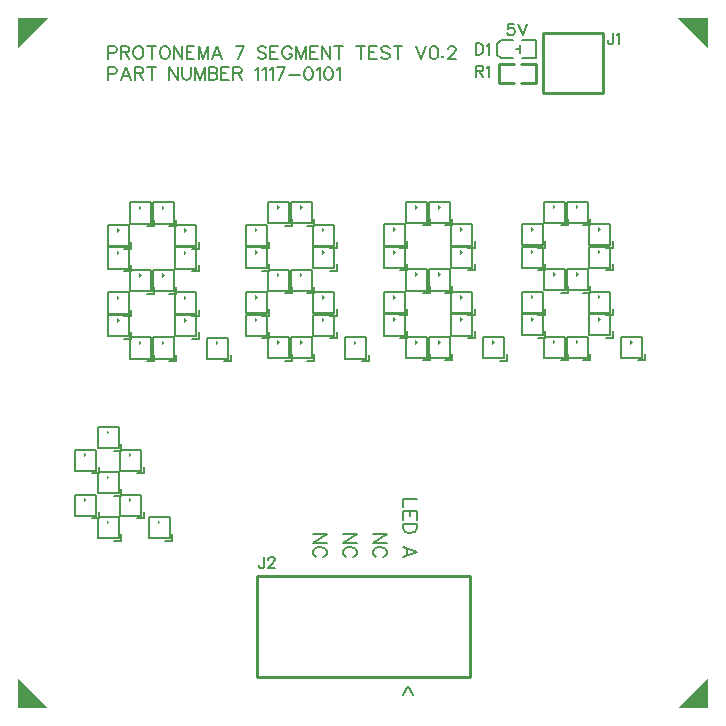
<source format=gto>
G04 Layer: TopSilkscreenLayer*
G04 EasyEDA v6.5.34, 2023-09-25 23:45:59*
G04 c5930d253d39478cbfd5350cf3090093,5a6b42c53f6a479593ecc07194224c93,10*
G04 Gerber Generator version 0.2*
G04 Scale: 100 percent, Rotated: No, Reflected: No *
G04 Dimensions in millimeters *
G04 leading zeros omitted , absolute positions ,4 integer and 5 decimal *
%FSLAX45Y45*%
%MOMM*%

%ADD10C,0.1524*%
%ADD11C,0.1270*%
%ADD12C,0.2540*%
%ADD13C,0.1500*%

%LPD*%
D10*
X4194787Y5790417D02*
G01*
X4149321Y5790417D01*
X4144749Y5749523D01*
X4149321Y5754095D01*
X4162783Y5758667D01*
X4176499Y5758667D01*
X4190215Y5754095D01*
X4199359Y5744951D01*
X4203931Y5731489D01*
X4203931Y5722345D01*
X4199359Y5708629D01*
X4190215Y5699485D01*
X4176499Y5694913D01*
X4162783Y5694913D01*
X4149321Y5699485D01*
X4144749Y5704057D01*
X4140177Y5713201D01*
X4233903Y5790417D02*
G01*
X4270225Y5694913D01*
X4306547Y5790417D02*
G01*
X4270225Y5694913D01*
X5036555Y5714227D02*
G01*
X5036555Y5641583D01*
X5031983Y5627867D01*
X5027411Y5623295D01*
X5018267Y5618723D01*
X5009377Y5618723D01*
X5000233Y5623295D01*
X4995661Y5627867D01*
X4991089Y5641583D01*
X4991089Y5650727D01*
X5066527Y5696193D02*
G01*
X5075671Y5700765D01*
X5089387Y5714227D01*
X5089387Y5618723D01*
X761992Y5601759D02*
G01*
X761992Y5492539D01*
X761992Y5601759D02*
G01*
X808728Y5601759D01*
X824222Y5596425D01*
X829556Y5591345D01*
X834636Y5580931D01*
X834636Y5565437D01*
X829556Y5555023D01*
X824222Y5549689D01*
X808728Y5544609D01*
X761992Y5544609D01*
X868926Y5601759D02*
G01*
X868926Y5492539D01*
X868926Y5601759D02*
G01*
X915662Y5601759D01*
X931410Y5596425D01*
X936490Y5591345D01*
X941824Y5580931D01*
X941824Y5570517D01*
X936490Y5560103D01*
X931410Y5555023D01*
X915662Y5549689D01*
X868926Y5549689D01*
X905502Y5549689D02*
G01*
X941824Y5492539D01*
X1007102Y5601759D02*
G01*
X996942Y5596425D01*
X986528Y5586265D01*
X981194Y5575851D01*
X976114Y5560103D01*
X976114Y5534195D01*
X981194Y5518701D01*
X986528Y5508287D01*
X996942Y5497873D01*
X1007102Y5492539D01*
X1027930Y5492539D01*
X1038344Y5497873D01*
X1048758Y5508287D01*
X1054092Y5518701D01*
X1059172Y5534195D01*
X1059172Y5560103D01*
X1054092Y5575851D01*
X1048758Y5586265D01*
X1038344Y5596425D01*
X1027930Y5601759D01*
X1007102Y5601759D01*
X1129784Y5601759D02*
G01*
X1129784Y5492539D01*
X1093462Y5601759D02*
G01*
X1166106Y5601759D01*
X1231638Y5601759D02*
G01*
X1221224Y5596425D01*
X1210810Y5586265D01*
X1205730Y5575851D01*
X1200396Y5560103D01*
X1200396Y5534195D01*
X1205730Y5518701D01*
X1210810Y5508287D01*
X1221224Y5497873D01*
X1231638Y5492539D01*
X1252466Y5492539D01*
X1262880Y5497873D01*
X1273294Y5508287D01*
X1278374Y5518701D01*
X1283708Y5534195D01*
X1283708Y5560103D01*
X1278374Y5575851D01*
X1273294Y5586265D01*
X1262880Y5596425D01*
X1252466Y5601759D01*
X1231638Y5601759D01*
X1317998Y5601759D02*
G01*
X1317998Y5492539D01*
X1317998Y5601759D02*
G01*
X1390642Y5492539D01*
X1390642Y5601759D02*
G01*
X1390642Y5492539D01*
X1424932Y5601759D02*
G01*
X1424932Y5492539D01*
X1424932Y5601759D02*
G01*
X1492496Y5601759D01*
X1424932Y5549689D02*
G01*
X1466588Y5549689D01*
X1424932Y5492539D02*
G01*
X1492496Y5492539D01*
X1526786Y5601759D02*
G01*
X1526786Y5492539D01*
X1526786Y5601759D02*
G01*
X1568442Y5492539D01*
X1609844Y5601759D02*
G01*
X1568442Y5492539D01*
X1609844Y5601759D02*
G01*
X1609844Y5492539D01*
X1685790Y5601759D02*
G01*
X1644134Y5492539D01*
X1685790Y5601759D02*
G01*
X1727192Y5492539D01*
X1659882Y5529115D02*
G01*
X1711698Y5529115D01*
X1914390Y5601759D02*
G01*
X1862320Y5492539D01*
X1841492Y5601759D02*
G01*
X1914390Y5601759D01*
X2101334Y5586265D02*
G01*
X2090920Y5596425D01*
X2075426Y5601759D01*
X2054598Y5601759D01*
X2039104Y5596425D01*
X2028690Y5586265D01*
X2028690Y5575851D01*
X2033770Y5565437D01*
X2039104Y5560103D01*
X2049518Y5555023D01*
X2080506Y5544609D01*
X2090920Y5539275D01*
X2096254Y5534195D01*
X2101334Y5523781D01*
X2101334Y5508287D01*
X2090920Y5497873D01*
X2075426Y5492539D01*
X2054598Y5492539D01*
X2039104Y5497873D01*
X2028690Y5508287D01*
X2135624Y5601759D02*
G01*
X2135624Y5492539D01*
X2135624Y5601759D02*
G01*
X2203188Y5601759D01*
X2135624Y5549689D02*
G01*
X2177280Y5549689D01*
X2135624Y5492539D02*
G01*
X2203188Y5492539D01*
X2315456Y5575851D02*
G01*
X2310122Y5586265D01*
X2299962Y5596425D01*
X2289548Y5601759D01*
X2268720Y5601759D01*
X2258306Y5596425D01*
X2247892Y5586265D01*
X2242812Y5575851D01*
X2237478Y5560103D01*
X2237478Y5534195D01*
X2242812Y5518701D01*
X2247892Y5508287D01*
X2258306Y5497873D01*
X2268720Y5492539D01*
X2289548Y5492539D01*
X2299962Y5497873D01*
X2310122Y5508287D01*
X2315456Y5518701D01*
X2315456Y5534195D01*
X2289548Y5534195D02*
G01*
X2315456Y5534195D01*
X2349746Y5601759D02*
G01*
X2349746Y5492539D01*
X2349746Y5601759D02*
G01*
X2391402Y5492539D01*
X2432804Y5601759D02*
G01*
X2391402Y5492539D01*
X2432804Y5601759D02*
G01*
X2432804Y5492539D01*
X2467094Y5601759D02*
G01*
X2467094Y5492539D01*
X2467094Y5601759D02*
G01*
X2534658Y5601759D01*
X2467094Y5549689D02*
G01*
X2508750Y5549689D01*
X2467094Y5492539D02*
G01*
X2534658Y5492539D01*
X2568948Y5601759D02*
G01*
X2568948Y5492539D01*
X2568948Y5601759D02*
G01*
X2641592Y5492539D01*
X2641592Y5601759D02*
G01*
X2641592Y5492539D01*
X2712458Y5601759D02*
G01*
X2712458Y5492539D01*
X2675882Y5601759D02*
G01*
X2748780Y5601759D01*
X2899402Y5601759D02*
G01*
X2899402Y5492539D01*
X2863080Y5601759D02*
G01*
X2935724Y5601759D01*
X2970014Y5601759D02*
G01*
X2970014Y5492539D01*
X2970014Y5601759D02*
G01*
X3037578Y5601759D01*
X2970014Y5549689D02*
G01*
X3011670Y5549689D01*
X2970014Y5492539D02*
G01*
X3037578Y5492539D01*
X3144512Y5586265D02*
G01*
X3134352Y5596425D01*
X3118604Y5601759D01*
X3097776Y5601759D01*
X3082282Y5596425D01*
X3071868Y5586265D01*
X3071868Y5575851D01*
X3077202Y5565437D01*
X3082282Y5560103D01*
X3092696Y5555023D01*
X3123938Y5544609D01*
X3134352Y5539275D01*
X3139432Y5534195D01*
X3144512Y5523781D01*
X3144512Y5508287D01*
X3134352Y5497873D01*
X3118604Y5492539D01*
X3097776Y5492539D01*
X3082282Y5497873D01*
X3071868Y5508287D01*
X3215378Y5601759D02*
G01*
X3215378Y5492539D01*
X3178802Y5601759D02*
G01*
X3251700Y5601759D01*
X3366000Y5601759D02*
G01*
X3407402Y5492539D01*
X3449058Y5601759D02*
G01*
X3407402Y5492539D01*
X3514590Y5601759D02*
G01*
X3498842Y5596425D01*
X3488682Y5580931D01*
X3483348Y5555023D01*
X3483348Y5539275D01*
X3488682Y5513367D01*
X3498842Y5497873D01*
X3514590Y5492539D01*
X3525004Y5492539D01*
X3540498Y5497873D01*
X3550912Y5513367D01*
X3555992Y5539275D01*
X3555992Y5555023D01*
X3550912Y5580931D01*
X3540498Y5596425D01*
X3525004Y5601759D01*
X3514590Y5601759D01*
X3595616Y5518701D02*
G01*
X3590282Y5513367D01*
X3595616Y5508287D01*
X3600696Y5513367D01*
X3595616Y5518701D01*
X3640320Y5575851D02*
G01*
X3640320Y5580931D01*
X3645400Y5591345D01*
X3650734Y5596425D01*
X3661148Y5601759D01*
X3681722Y5601759D01*
X3692136Y5596425D01*
X3697470Y5591345D01*
X3702550Y5580931D01*
X3702550Y5570517D01*
X3697470Y5560103D01*
X3687056Y5544609D01*
X3634986Y5492539D01*
X3707884Y5492539D01*
X761992Y5423959D02*
G01*
X761992Y5314739D01*
X761992Y5423959D02*
G01*
X808728Y5423959D01*
X824222Y5418625D01*
X829556Y5413545D01*
X834636Y5403131D01*
X834636Y5387637D01*
X829556Y5377223D01*
X824222Y5371889D01*
X808728Y5366809D01*
X761992Y5366809D01*
X910582Y5423959D02*
G01*
X868926Y5314739D01*
X910582Y5423959D02*
G01*
X952238Y5314739D01*
X884674Y5351315D02*
G01*
X936490Y5351315D01*
X986528Y5423959D02*
G01*
X986528Y5314739D01*
X986528Y5423959D02*
G01*
X1033264Y5423959D01*
X1048758Y5418625D01*
X1054092Y5413545D01*
X1059172Y5403131D01*
X1059172Y5392717D01*
X1054092Y5382303D01*
X1048758Y5377223D01*
X1033264Y5371889D01*
X986528Y5371889D01*
X1022850Y5371889D02*
G01*
X1059172Y5314739D01*
X1129784Y5423959D02*
G01*
X1129784Y5314739D01*
X1093462Y5423959D02*
G01*
X1166106Y5423959D01*
X1280406Y5423959D02*
G01*
X1280406Y5314739D01*
X1280406Y5423959D02*
G01*
X1353304Y5314739D01*
X1353304Y5423959D02*
G01*
X1353304Y5314739D01*
X1387594Y5423959D02*
G01*
X1387594Y5345981D01*
X1392674Y5330487D01*
X1403088Y5320073D01*
X1418582Y5314739D01*
X1428996Y5314739D01*
X1444744Y5320073D01*
X1455158Y5330487D01*
X1460238Y5345981D01*
X1460238Y5423959D01*
X1494528Y5423959D02*
G01*
X1494528Y5314739D01*
X1494528Y5423959D02*
G01*
X1536184Y5314739D01*
X1577586Y5423959D02*
G01*
X1536184Y5314739D01*
X1577586Y5423959D02*
G01*
X1577586Y5314739D01*
X1611876Y5423959D02*
G01*
X1611876Y5314739D01*
X1611876Y5423959D02*
G01*
X1658612Y5423959D01*
X1674360Y5418625D01*
X1679440Y5413545D01*
X1684774Y5403131D01*
X1684774Y5392717D01*
X1679440Y5382303D01*
X1674360Y5377223D01*
X1658612Y5371889D01*
X1611876Y5371889D02*
G01*
X1658612Y5371889D01*
X1674360Y5366809D01*
X1679440Y5361475D01*
X1684774Y5351315D01*
X1684774Y5335567D01*
X1679440Y5325153D01*
X1674360Y5320073D01*
X1658612Y5314739D01*
X1611876Y5314739D01*
X1719064Y5423959D02*
G01*
X1719064Y5314739D01*
X1719064Y5423959D02*
G01*
X1786628Y5423959D01*
X1719064Y5371889D02*
G01*
X1760466Y5371889D01*
X1719064Y5314739D02*
G01*
X1786628Y5314739D01*
X1820918Y5423959D02*
G01*
X1820918Y5314739D01*
X1820918Y5423959D02*
G01*
X1867654Y5423959D01*
X1883148Y5418625D01*
X1888482Y5413545D01*
X1893562Y5403131D01*
X1893562Y5392717D01*
X1888482Y5382303D01*
X1883148Y5377223D01*
X1867654Y5371889D01*
X1820918Y5371889D01*
X1857240Y5371889D02*
G01*
X1893562Y5314739D01*
X2007862Y5403131D02*
G01*
X2018276Y5408465D01*
X2033770Y5423959D01*
X2033770Y5314739D01*
X2068060Y5403131D02*
G01*
X2078474Y5408465D01*
X2094222Y5423959D01*
X2094222Y5314739D01*
X2128512Y5403131D02*
G01*
X2138672Y5408465D01*
X2154420Y5423959D01*
X2154420Y5314739D01*
X2261354Y5423959D02*
G01*
X2209538Y5314739D01*
X2188710Y5423959D02*
G01*
X2261354Y5423959D01*
X2295644Y5361475D02*
G01*
X2389116Y5361475D01*
X2454648Y5423959D02*
G01*
X2439154Y5418625D01*
X2428740Y5403131D01*
X2423406Y5377223D01*
X2423406Y5361475D01*
X2428740Y5335567D01*
X2439154Y5320073D01*
X2454648Y5314739D01*
X2465062Y5314739D01*
X2480556Y5320073D01*
X2490970Y5335567D01*
X2496304Y5361475D01*
X2496304Y5377223D01*
X2490970Y5403131D01*
X2480556Y5418625D01*
X2465062Y5423959D01*
X2454648Y5423959D01*
X2530594Y5403131D02*
G01*
X2541008Y5408465D01*
X2556502Y5423959D01*
X2556502Y5314739D01*
X2622034Y5423959D02*
G01*
X2606286Y5418625D01*
X2595872Y5403131D01*
X2590792Y5377223D01*
X2590792Y5361475D01*
X2595872Y5335567D01*
X2606286Y5320073D01*
X2622034Y5314739D01*
X2632448Y5314739D01*
X2647942Y5320073D01*
X2658356Y5335567D01*
X2663436Y5361475D01*
X2663436Y5377223D01*
X2658356Y5403131D01*
X2647942Y5418625D01*
X2632448Y5423959D01*
X2622034Y5423959D01*
X2697726Y5403131D02*
G01*
X2708140Y5408465D01*
X2723888Y5423959D01*
X2723888Y5314739D01*
X3340955Y108602D02*
G01*
X3300061Y181500D01*
X3259167Y108602D01*
X2610403Y1473197D02*
G01*
X2495849Y1473197D01*
X2610403Y1473197D02*
G01*
X2495849Y1396743D01*
X2610403Y1396743D02*
G01*
X2495849Y1396743D01*
X2582971Y1279141D02*
G01*
X2593893Y1284475D01*
X2604815Y1295397D01*
X2610403Y1306319D01*
X2610403Y1328163D01*
X2604815Y1339085D01*
X2593893Y1350007D01*
X2582971Y1355341D01*
X2566715Y1360929D01*
X2539283Y1360929D01*
X2523027Y1355341D01*
X2512105Y1350007D01*
X2501183Y1339085D01*
X2495849Y1328163D01*
X2495849Y1306319D01*
X2501183Y1295397D01*
X2512105Y1284475D01*
X2523027Y1279141D01*
X3372401Y1765292D02*
G01*
X3257847Y1765292D01*
X3257847Y1765292D02*
G01*
X3257847Y1699760D01*
X3372401Y1663946D02*
G01*
X3257847Y1663946D01*
X3372401Y1663946D02*
G01*
X3372401Y1592826D01*
X3317791Y1663946D02*
G01*
X3317791Y1620258D01*
X3257847Y1663946D02*
G01*
X3257847Y1592826D01*
X3372401Y1557012D02*
G01*
X3257847Y1557012D01*
X3372401Y1557012D02*
G01*
X3372401Y1518658D01*
X3366813Y1502402D01*
X3355891Y1491480D01*
X3344969Y1486146D01*
X3328713Y1480558D01*
X3301281Y1480558D01*
X3285025Y1486146D01*
X3274103Y1491480D01*
X3263181Y1502402D01*
X3257847Y1518658D01*
X3257847Y1557012D01*
X3372401Y1316982D02*
G01*
X3257847Y1360670D01*
X3372401Y1316982D02*
G01*
X3257847Y1273294D01*
X3295947Y1344160D02*
G01*
X3295947Y1289550D01*
X2082294Y1276464D02*
G01*
X2082294Y1203817D01*
X2077722Y1190101D01*
X2073150Y1185532D01*
X2064006Y1180957D01*
X2055116Y1180957D01*
X2045972Y1185532D01*
X2041400Y1190101D01*
X2036828Y1203817D01*
X2036828Y1212964D01*
X2116838Y1253855D02*
G01*
X2116838Y1258430D01*
X2121410Y1267317D01*
X2125982Y1271889D01*
X2135126Y1276464D01*
X2153160Y1276464D01*
X2162304Y1271889D01*
X2166876Y1267317D01*
X2171448Y1258430D01*
X2171448Y1249286D01*
X2166876Y1240139D01*
X2157732Y1226423D01*
X2112266Y1180957D01*
X2176020Y1180957D01*
X2864403Y1473197D02*
G01*
X2749849Y1473197D01*
X2864403Y1473197D02*
G01*
X2749849Y1396743D01*
X2864403Y1396743D02*
G01*
X2749849Y1396743D01*
X2836971Y1279141D02*
G01*
X2847893Y1284475D01*
X2858815Y1295397D01*
X2864403Y1306319D01*
X2864403Y1328163D01*
X2858815Y1339085D01*
X2847893Y1350007D01*
X2836971Y1355341D01*
X2820715Y1360929D01*
X2793283Y1360929D01*
X2777027Y1355341D01*
X2766105Y1350007D01*
X2755183Y1339085D01*
X2749849Y1328163D01*
X2749849Y1306319D01*
X2755183Y1295397D01*
X2766105Y1284475D01*
X2777027Y1279141D01*
X3118403Y1473197D02*
G01*
X3003849Y1473197D01*
X3118403Y1473197D02*
G01*
X3003849Y1396743D01*
X3118403Y1396743D02*
G01*
X3003849Y1396743D01*
X3090971Y1279141D02*
G01*
X3101893Y1284475D01*
X3112815Y1295397D01*
X3118403Y1306319D01*
X3118403Y1328163D01*
X3112815Y1339085D01*
X3101893Y1350007D01*
X3090971Y1355341D01*
X3074715Y1360929D01*
X3047283Y1360929D01*
X3031027Y1355341D01*
X3020105Y1350007D01*
X3009183Y1339085D01*
X3003849Y1328163D01*
X3003849Y1306319D01*
X3009183Y1295397D01*
X3020105Y1284475D01*
X3031027Y1279141D01*
X3873489Y5434827D02*
G01*
X3873489Y5339323D01*
X3873489Y5434827D02*
G01*
X3914383Y5434827D01*
X3928099Y5430255D01*
X3932671Y5425683D01*
X3937243Y5416793D01*
X3937243Y5407649D01*
X3932671Y5398505D01*
X3928099Y5393933D01*
X3914383Y5389361D01*
X3873489Y5389361D01*
X3905239Y5389361D02*
G01*
X3937243Y5339323D01*
X3967215Y5416793D02*
G01*
X3976105Y5421365D01*
X3989821Y5434827D01*
X3989821Y5339323D01*
X3873489Y5625327D02*
G01*
X3873489Y5529823D01*
X3873489Y5625327D02*
G01*
X3905239Y5625327D01*
X3918955Y5620755D01*
X3928099Y5611865D01*
X3932671Y5602721D01*
X3937243Y5589005D01*
X3937243Y5566399D01*
X3932671Y5552683D01*
X3928099Y5543539D01*
X3918955Y5534395D01*
X3905239Y5529823D01*
X3873489Y5529823D01*
X3967215Y5607293D02*
G01*
X3976105Y5611865D01*
X3989821Y5625327D01*
X3989821Y5529823D01*
G36*
X0Y5842000D02*
G01*
X0Y5588000D01*
X254000Y5842000D01*
G37*
G36*
X0Y254000D02*
G01*
X0Y0D01*
X254000Y0D01*
G37*
G36*
X5842000Y254000D02*
G01*
X5588000Y0D01*
X5842000Y0D01*
G37*
G36*
X5588000Y5842000D02*
G01*
X5842000Y5588000D01*
X5842000Y5842000D01*
G37*
G36*
X749503Y1594002D02*
G01*
X749503Y1548993D01*
X772007Y1571498D01*
G37*
G36*
X559003Y1784502D02*
G01*
X559003Y1739493D01*
X581507Y1761998D01*
G37*
G36*
X749503Y1975002D02*
G01*
X749503Y1929993D01*
X772007Y1952498D01*
G37*
G36*
X559003Y2165502D02*
G01*
X559003Y2120493D01*
X581507Y2142998D01*
G37*
G36*
X749503Y2356002D02*
G01*
X749503Y2310993D01*
X772007Y2333498D01*
G37*
G36*
X940003Y2165502D02*
G01*
X940003Y2120493D01*
X962507Y2142998D01*
G37*
G36*
X940003Y1784502D02*
G01*
X940003Y1739493D01*
X962507Y1761998D01*
G37*
G36*
X1181303Y1594002D02*
G01*
X1181303Y1548993D01*
X1203807Y1571498D01*
G37*
G36*
X4013403Y3118002D02*
G01*
X4013403Y3072993D01*
X4035856Y3095498D01*
G37*
G36*
X5181803Y3120694D02*
G01*
X5181803Y3075686D01*
X5204256Y3098190D01*
G37*
G36*
X2845003Y3115310D02*
G01*
X2845003Y3070301D01*
X2867507Y3092805D01*
G37*
G36*
X1676603Y3112668D02*
G01*
X1676603Y3067659D01*
X1699107Y3090164D01*
G37*
G36*
X2003704Y3499002D02*
G01*
X2003704Y3453993D01*
X2026208Y3476498D01*
G37*
G36*
X2003704Y3308502D02*
G01*
X2003704Y3263493D01*
X2026208Y3285998D01*
G37*
G36*
X2194204Y3118002D02*
G01*
X2194204Y3072993D01*
X2216708Y3095498D01*
G37*
G36*
X2384704Y3118002D02*
G01*
X2384704Y3072993D01*
X2407208Y3095498D01*
G37*
G36*
X2575204Y3308502D02*
G01*
X2575204Y3263493D01*
X2597708Y3285998D01*
G37*
G36*
X2575204Y3499002D02*
G01*
X2575204Y3453993D01*
X2597708Y3476498D01*
G37*
G36*
X2384704Y3689502D02*
G01*
X2384704Y3644493D01*
X2407208Y3666998D01*
G37*
G36*
X2194204Y3689502D02*
G01*
X2194204Y3644493D01*
X2216708Y3666998D01*
G37*
G36*
X2575204Y3880002D02*
G01*
X2575204Y3834993D01*
X2597708Y3857498D01*
G37*
G36*
X2575204Y4070502D02*
G01*
X2575204Y4025493D01*
X2597708Y4047998D01*
G37*
G36*
X2384704Y4261002D02*
G01*
X2384704Y4215993D01*
X2407208Y4238498D01*
G37*
G36*
X2194204Y4261002D02*
G01*
X2194204Y4215993D01*
X2216708Y4238498D01*
G37*
G36*
X2003704Y3880002D02*
G01*
X2003704Y3834993D01*
X2026208Y3857498D01*
G37*
G36*
X2003704Y4070502D02*
G01*
X2003704Y4025493D01*
X2026208Y4047998D01*
G37*
G36*
X3172104Y4073194D02*
G01*
X3172104Y4028186D01*
X3194558Y4050690D01*
G37*
G36*
X3172104Y3882694D02*
G01*
X3172104Y3837686D01*
X3194558Y3860190D01*
G37*
G36*
X3362604Y4263694D02*
G01*
X3362604Y4218686D01*
X3385058Y4241190D01*
G37*
G36*
X3553104Y4263694D02*
G01*
X3553104Y4218686D01*
X3575558Y4241190D01*
G37*
G36*
X3743604Y4073194D02*
G01*
X3743604Y4028186D01*
X3766058Y4050690D01*
G37*
G36*
X3743604Y3882694D02*
G01*
X3743604Y3837686D01*
X3766058Y3860190D01*
G37*
G36*
X3362604Y3692194D02*
G01*
X3362604Y3647186D01*
X3385058Y3669690D01*
G37*
G36*
X3553104Y3692194D02*
G01*
X3553104Y3647186D01*
X3575558Y3669690D01*
G37*
G36*
X3743604Y3501694D02*
G01*
X3743604Y3456686D01*
X3766058Y3479190D01*
G37*
G36*
X3743604Y3311194D02*
G01*
X3743604Y3266186D01*
X3766058Y3288690D01*
G37*
G36*
X3553104Y3120694D02*
G01*
X3553104Y3075686D01*
X3575558Y3098190D01*
G37*
G36*
X3362604Y3120694D02*
G01*
X3362604Y3075686D01*
X3385058Y3098190D01*
G37*
G36*
X3172104Y3311194D02*
G01*
X3172104Y3266186D01*
X3194558Y3288690D01*
G37*
G36*
X3172104Y3501694D02*
G01*
X3172104Y3456686D01*
X3194558Y3479190D01*
G37*
G36*
X4340504Y3504387D02*
G01*
X4340504Y3459378D01*
X4362958Y3481882D01*
G37*
G36*
X4340504Y3313887D02*
G01*
X4340504Y3268878D01*
X4362958Y3291382D01*
G37*
G36*
X4531004Y3123387D02*
G01*
X4531004Y3078378D01*
X4553458Y3100882D01*
G37*
G36*
X4721504Y3123387D02*
G01*
X4721504Y3078378D01*
X4743958Y3100882D01*
G37*
G36*
X4912004Y3313887D02*
G01*
X4912004Y3268878D01*
X4934458Y3291382D01*
G37*
G36*
X4912004Y3504387D02*
G01*
X4912004Y3459378D01*
X4934458Y3481882D01*
G37*
G36*
X4721504Y3694887D02*
G01*
X4721504Y3649878D01*
X4743958Y3672382D01*
G37*
G36*
X4531004Y3694887D02*
G01*
X4531004Y3649878D01*
X4553458Y3672382D01*
G37*
G36*
X4912004Y3885387D02*
G01*
X4912004Y3840378D01*
X4934458Y3862882D01*
G37*
G36*
X4912004Y4075887D02*
G01*
X4912004Y4030878D01*
X4934458Y4053382D01*
G37*
G36*
X4721504Y4266387D02*
G01*
X4721504Y4221378D01*
X4743958Y4243882D01*
G37*
G36*
X4531004Y4266387D02*
G01*
X4531004Y4221378D01*
X4553458Y4243882D01*
G37*
G36*
X4340504Y3885387D02*
G01*
X4340504Y3840378D01*
X4362958Y3862882D01*
G37*
G36*
X4340504Y4075887D02*
G01*
X4340504Y4030878D01*
X4362958Y4053382D01*
G37*
G36*
X835304Y4067810D02*
G01*
X835304Y4022801D01*
X857808Y4045305D01*
G37*
G36*
X835304Y3877310D02*
G01*
X835304Y3832301D01*
X857808Y3854805D01*
G37*
G36*
X1025804Y4258310D02*
G01*
X1025804Y4213301D01*
X1048308Y4235805D01*
G37*
G36*
X1216304Y4258310D02*
G01*
X1216304Y4213301D01*
X1238808Y4235805D01*
G37*
G36*
X1406804Y4067810D02*
G01*
X1406804Y4022801D01*
X1429308Y4045305D01*
G37*
G36*
X1406804Y3877310D02*
G01*
X1406804Y3832301D01*
X1429308Y3854805D01*
G37*
G36*
X1025804Y3686810D02*
G01*
X1025804Y3641801D01*
X1048308Y3664305D01*
G37*
G36*
X1216304Y3686810D02*
G01*
X1216304Y3641801D01*
X1238808Y3664305D01*
G37*
G36*
X1406804Y3496310D02*
G01*
X1406804Y3451301D01*
X1429308Y3473805D01*
G37*
G36*
X1406804Y3305810D02*
G01*
X1406804Y3260801D01*
X1429308Y3283305D01*
G37*
G36*
X1216304Y3115310D02*
G01*
X1216304Y3070301D01*
X1238808Y3092805D01*
G37*
G36*
X1025804Y3115310D02*
G01*
X1025804Y3070301D01*
X1048308Y3092805D01*
G37*
G36*
X835304Y3305810D02*
G01*
X835304Y3260801D01*
X857808Y3283305D01*
G37*
G36*
X835304Y3496310D02*
G01*
X835304Y3451301D01*
X857808Y3473805D01*
G37*
D11*
X812048Y1414002D02*
G01*
X871992Y1414002D01*
X871992Y1469120D01*
X671992Y1434017D02*
G01*
X671992Y1614027D01*
X852002Y1614027D01*
X852002Y1434017D01*
X671992Y1434017D01*
X621550Y1604502D02*
G01*
X681494Y1604502D01*
X681494Y1659620D01*
X481495Y1624517D02*
G01*
X481495Y1804527D01*
X661504Y1804527D01*
X661504Y1624517D01*
X481495Y1624517D01*
X812048Y1795000D02*
G01*
X871992Y1795000D01*
X871992Y1850118D01*
X671992Y1815015D02*
G01*
X671992Y1995025D01*
X852002Y1995025D01*
X852002Y1815015D01*
X671992Y1815015D01*
X621550Y1985500D02*
G01*
X681494Y1985500D01*
X681494Y2040618D01*
X481495Y2005515D02*
G01*
X481495Y2185525D01*
X661504Y2185525D01*
X661504Y2005515D01*
X481495Y2005515D01*
X812048Y2176000D02*
G01*
X871992Y2176000D01*
X871992Y2231118D01*
X671992Y2196015D02*
G01*
X671992Y2376025D01*
X852002Y2376025D01*
X852002Y2196015D01*
X671992Y2196015D01*
X1002548Y1985500D02*
G01*
X1062492Y1985500D01*
X1062492Y2040618D01*
X862492Y2005515D02*
G01*
X862492Y2185525D01*
X1042502Y2185525D01*
X1042502Y2005515D01*
X862492Y2005515D01*
X1002548Y1604502D02*
G01*
X1062492Y1604502D01*
X1062492Y1659620D01*
X862492Y1624517D02*
G01*
X862492Y1804527D01*
X1042502Y1804527D01*
X1042502Y1624517D01*
X862492Y1624517D01*
X1243848Y1414002D02*
G01*
X1303792Y1414002D01*
X1303792Y1469120D01*
X1103792Y1434017D02*
G01*
X1103792Y1614027D01*
X1283802Y1614027D01*
X1283802Y1434017D01*
X1103792Y1434017D01*
X4075943Y2938000D02*
G01*
X4135887Y2938000D01*
X4135887Y2993118D01*
X3935887Y2958015D02*
G01*
X3935887Y3138025D01*
X4115897Y3138025D01*
X4115897Y2958015D01*
X3935887Y2958015D01*
X5244340Y2940679D02*
G01*
X5304284Y2940679D01*
X5304284Y2995797D01*
X5104284Y2960695D02*
G01*
X5104284Y3140704D01*
X5284294Y3140704D01*
X5284294Y2960695D01*
X5104284Y2960695D01*
X2907545Y2935320D02*
G01*
X2967489Y2935320D01*
X2967489Y2990438D01*
X2767490Y2955335D02*
G01*
X2767490Y3135345D01*
X2947499Y3135345D01*
X2947499Y2955335D01*
X2767490Y2955335D01*
X1739148Y2932640D02*
G01*
X1799092Y2932640D01*
X1799092Y2987758D01*
X1599092Y2952656D02*
G01*
X1599092Y3132665D01*
X1779102Y3132665D01*
X1779102Y2952656D01*
X1599092Y2952656D01*
X2066246Y3318997D02*
G01*
X2126190Y3318997D01*
X2126190Y3374115D01*
X1926191Y3339012D02*
G01*
X1926191Y3519022D01*
X2106201Y3519022D01*
X2106201Y3339012D01*
X1926191Y3339012D01*
X2066246Y3128497D02*
G01*
X2126190Y3128497D01*
X2126190Y3183615D01*
X1926191Y3148512D02*
G01*
X1926191Y3328522D01*
X2106201Y3328522D01*
X2106201Y3148512D01*
X1926191Y3148512D01*
X2256746Y2938000D02*
G01*
X2316690Y2938000D01*
X2316690Y2993118D01*
X2116691Y2958015D02*
G01*
X2116691Y3138025D01*
X2296701Y3138025D01*
X2296701Y2958015D01*
X2116691Y2958015D01*
X2447246Y2938000D02*
G01*
X2507190Y2938000D01*
X2507190Y2993118D01*
X2307191Y2958015D02*
G01*
X2307191Y3138025D01*
X2487201Y3138025D01*
X2487201Y2958015D01*
X2307191Y2958015D01*
X2637746Y3128497D02*
G01*
X2697690Y3128497D01*
X2697690Y3183615D01*
X2497691Y3148512D02*
G01*
X2497691Y3328522D01*
X2677701Y3328522D01*
X2677701Y3148512D01*
X2497691Y3148512D01*
X2637746Y3318997D02*
G01*
X2697690Y3318997D01*
X2697690Y3374115D01*
X2497691Y3339012D02*
G01*
X2497691Y3519022D01*
X2677701Y3519022D01*
X2677701Y3339012D01*
X2497691Y3339012D01*
X2447246Y3509497D02*
G01*
X2507190Y3509497D01*
X2507190Y3564615D01*
X2307191Y3529512D02*
G01*
X2307191Y3709522D01*
X2487201Y3709522D01*
X2487201Y3529512D01*
X2307191Y3529512D01*
X2256746Y3509497D02*
G01*
X2316690Y3509497D01*
X2316690Y3564615D01*
X2116691Y3529512D02*
G01*
X2116691Y3709522D01*
X2296701Y3709522D01*
X2296701Y3529512D01*
X2116691Y3529512D01*
X2637746Y3699997D02*
G01*
X2697690Y3699997D01*
X2697690Y3755115D01*
X2497691Y3720012D02*
G01*
X2497691Y3900022D01*
X2677701Y3900022D01*
X2677701Y3720012D01*
X2497691Y3720012D01*
X2637746Y3890497D02*
G01*
X2697690Y3890497D01*
X2697690Y3945615D01*
X2497691Y3910512D02*
G01*
X2497691Y4090522D01*
X2677701Y4090522D01*
X2677701Y3910512D01*
X2497691Y3910512D01*
X2447246Y4080997D02*
G01*
X2507190Y4080997D01*
X2507190Y4136115D01*
X2307191Y4101012D02*
G01*
X2307191Y4281022D01*
X2487201Y4281022D01*
X2487201Y4101012D01*
X2307191Y4101012D01*
X2256746Y4080997D02*
G01*
X2316690Y4080997D01*
X2316690Y4136115D01*
X2116691Y4101012D02*
G01*
X2116691Y4281022D01*
X2296701Y4281022D01*
X2296701Y4101012D01*
X2116691Y4101012D01*
X2066246Y3699997D02*
G01*
X2126190Y3699997D01*
X2126190Y3755115D01*
X1926191Y3720012D02*
G01*
X1926191Y3900022D01*
X2106201Y3900022D01*
X2106201Y3720012D01*
X1926191Y3720012D01*
X2066246Y3890497D02*
G01*
X2126190Y3890497D01*
X2126190Y3945615D01*
X1926191Y3910512D02*
G01*
X1926191Y4090522D01*
X2106201Y4090522D01*
X2106201Y3910512D01*
X1926191Y3910512D01*
X3234644Y3893177D02*
G01*
X3294588Y3893177D01*
X3294588Y3948295D01*
X3094588Y3913192D02*
G01*
X3094588Y4093202D01*
X3274598Y4093202D01*
X3274598Y3913192D01*
X3094588Y3913192D01*
X3234644Y3702677D02*
G01*
X3294588Y3702677D01*
X3294588Y3757795D01*
X3094588Y3722692D02*
G01*
X3094588Y3902702D01*
X3274598Y3902702D01*
X3274598Y3722692D01*
X3094588Y3722692D01*
X3425144Y4083677D02*
G01*
X3485088Y4083677D01*
X3485088Y4138795D01*
X3285088Y4103692D02*
G01*
X3285088Y4283702D01*
X3465098Y4283702D01*
X3465098Y4103692D01*
X3285088Y4103692D01*
X3615644Y4083677D02*
G01*
X3675588Y4083677D01*
X3675588Y4138795D01*
X3475588Y4103692D02*
G01*
X3475588Y4283702D01*
X3655598Y4283702D01*
X3655598Y4103692D01*
X3475588Y4103692D01*
X3806144Y3893177D02*
G01*
X3866088Y3893177D01*
X3866088Y3948295D01*
X3666088Y3913192D02*
G01*
X3666088Y4093202D01*
X3846098Y4093202D01*
X3846098Y3913192D01*
X3666088Y3913192D01*
X3806144Y3702677D02*
G01*
X3866088Y3702677D01*
X3866088Y3757795D01*
X3666088Y3722692D02*
G01*
X3666088Y3902702D01*
X3846098Y3902702D01*
X3846098Y3722692D01*
X3666088Y3722692D01*
X3425144Y3512177D02*
G01*
X3485088Y3512177D01*
X3485088Y3567295D01*
X3285088Y3532192D02*
G01*
X3285088Y3712202D01*
X3465098Y3712202D01*
X3465098Y3532192D01*
X3285088Y3532192D01*
X3615644Y3512177D02*
G01*
X3675588Y3512177D01*
X3675588Y3567295D01*
X3475588Y3532192D02*
G01*
X3475588Y3712202D01*
X3655598Y3712202D01*
X3655598Y3532192D01*
X3475588Y3532192D01*
X3806144Y3321677D02*
G01*
X3866088Y3321677D01*
X3866088Y3376795D01*
X3666088Y3341692D02*
G01*
X3666088Y3521702D01*
X3846098Y3521702D01*
X3846098Y3341692D01*
X3666088Y3341692D01*
X3806144Y3131177D02*
G01*
X3866088Y3131177D01*
X3866088Y3186295D01*
X3666088Y3151192D02*
G01*
X3666088Y3331202D01*
X3846098Y3331202D01*
X3846098Y3151192D01*
X3666088Y3151192D01*
X3615644Y2940679D02*
G01*
X3675588Y2940679D01*
X3675588Y2995797D01*
X3475588Y2960695D02*
G01*
X3475588Y3140704D01*
X3655598Y3140704D01*
X3655598Y2960695D01*
X3475588Y2960695D01*
X3425144Y2940679D02*
G01*
X3485088Y2940679D01*
X3485088Y2995797D01*
X3285088Y2960695D02*
G01*
X3285088Y3140704D01*
X3465098Y3140704D01*
X3465098Y2960695D01*
X3285088Y2960695D01*
X3234644Y3131177D02*
G01*
X3294588Y3131177D01*
X3294588Y3186295D01*
X3094588Y3151192D02*
G01*
X3094588Y3331202D01*
X3274598Y3331202D01*
X3274598Y3151192D01*
X3094588Y3151192D01*
X3234644Y3321677D02*
G01*
X3294588Y3321677D01*
X3294588Y3376795D01*
X3094588Y3341692D02*
G01*
X3094588Y3521702D01*
X3274598Y3521702D01*
X3274598Y3341692D01*
X3094588Y3341692D01*
X4403041Y3324357D02*
G01*
X4462985Y3324357D01*
X4462985Y3379475D01*
X4262986Y3344372D02*
G01*
X4262986Y3524382D01*
X4442995Y3524382D01*
X4442995Y3344372D01*
X4262986Y3344372D01*
X4403041Y3133857D02*
G01*
X4462985Y3133857D01*
X4462985Y3188975D01*
X4262986Y3153872D02*
G01*
X4262986Y3333882D01*
X4442995Y3333882D01*
X4442995Y3153872D01*
X4262986Y3153872D01*
X4593541Y2943359D02*
G01*
X4653485Y2943359D01*
X4653485Y2998477D01*
X4453486Y2963374D02*
G01*
X4453486Y3143384D01*
X4633495Y3143384D01*
X4633495Y2963374D01*
X4453486Y2963374D01*
X4784041Y2943359D02*
G01*
X4843985Y2943359D01*
X4843985Y2998477D01*
X4643986Y2963374D02*
G01*
X4643986Y3143384D01*
X4823995Y3143384D01*
X4823995Y2963374D01*
X4643986Y2963374D01*
X4974541Y3133857D02*
G01*
X5034485Y3133857D01*
X5034485Y3188975D01*
X4834486Y3153872D02*
G01*
X4834486Y3333882D01*
X5014495Y3333882D01*
X5014495Y3153872D01*
X4834486Y3153872D01*
X4974541Y3324357D02*
G01*
X5034485Y3324357D01*
X5034485Y3379475D01*
X4834486Y3344372D02*
G01*
X4834486Y3524382D01*
X5014495Y3524382D01*
X5014495Y3344372D01*
X4834486Y3344372D01*
X4784041Y3514857D02*
G01*
X4843985Y3514857D01*
X4843985Y3569975D01*
X4643986Y3534872D02*
G01*
X4643986Y3714882D01*
X4823995Y3714882D01*
X4823995Y3534872D01*
X4643986Y3534872D01*
X4593541Y3514857D02*
G01*
X4653485Y3514857D01*
X4653485Y3569975D01*
X4453486Y3534872D02*
G01*
X4453486Y3714882D01*
X4633495Y3714882D01*
X4633495Y3534872D01*
X4453486Y3534872D01*
X4974541Y3705357D02*
G01*
X5034485Y3705357D01*
X5034485Y3760475D01*
X4834486Y3725372D02*
G01*
X4834486Y3905382D01*
X5014495Y3905382D01*
X5014495Y3725372D01*
X4834486Y3725372D01*
X4974541Y3895857D02*
G01*
X5034485Y3895857D01*
X5034485Y3950975D01*
X4834486Y3915872D02*
G01*
X4834486Y4095882D01*
X5014495Y4095882D01*
X5014495Y3915872D01*
X4834486Y3915872D01*
X4784041Y4086357D02*
G01*
X4843985Y4086357D01*
X4843985Y4141475D01*
X4643986Y4106372D02*
G01*
X4643986Y4286382D01*
X4823995Y4286382D01*
X4823995Y4106372D01*
X4643986Y4106372D01*
X4593541Y4086357D02*
G01*
X4653485Y4086357D01*
X4653485Y4141475D01*
X4453486Y4106372D02*
G01*
X4453486Y4286382D01*
X4633495Y4286382D01*
X4633495Y4106372D01*
X4453486Y4106372D01*
X4403041Y3705357D02*
G01*
X4462985Y3705357D01*
X4462985Y3760475D01*
X4262986Y3725372D02*
G01*
X4262986Y3905382D01*
X4442995Y3905382D01*
X4442995Y3725372D01*
X4262986Y3725372D01*
X4403041Y3895857D02*
G01*
X4462985Y3895857D01*
X4462985Y3950975D01*
X4262986Y3915872D02*
G01*
X4262986Y4095882D01*
X4442995Y4095882D01*
X4442995Y3915872D01*
X4262986Y3915872D01*
X897849Y3887817D02*
G01*
X957793Y3887817D01*
X957793Y3942935D01*
X757793Y3907833D02*
G01*
X757793Y4087842D01*
X937803Y4087842D01*
X937803Y3907833D01*
X757793Y3907833D01*
X897849Y3697317D02*
G01*
X957793Y3697317D01*
X957793Y3752435D01*
X757793Y3717333D02*
G01*
X757793Y3897342D01*
X937803Y3897342D01*
X937803Y3717333D01*
X757793Y3717333D01*
X1088349Y4078317D02*
G01*
X1148293Y4078317D01*
X1148293Y4133435D01*
X948293Y4098333D02*
G01*
X948293Y4278342D01*
X1128303Y4278342D01*
X1128303Y4098333D01*
X948293Y4098333D01*
X1278849Y4078317D02*
G01*
X1338793Y4078317D01*
X1338793Y4133435D01*
X1138793Y4098333D02*
G01*
X1138793Y4278342D01*
X1318803Y4278342D01*
X1318803Y4098333D01*
X1138793Y4098333D01*
X1469349Y3887817D02*
G01*
X1529293Y3887817D01*
X1529293Y3942935D01*
X1329293Y3907833D02*
G01*
X1329293Y4087842D01*
X1509303Y4087842D01*
X1509303Y3907833D01*
X1329293Y3907833D01*
X1469349Y3697317D02*
G01*
X1529293Y3697317D01*
X1529293Y3752435D01*
X1329293Y3717333D02*
G01*
X1329293Y3897342D01*
X1509303Y3897342D01*
X1509303Y3717333D01*
X1329293Y3717333D01*
X1088349Y3506817D02*
G01*
X1148293Y3506817D01*
X1148293Y3561935D01*
X948293Y3526833D02*
G01*
X948293Y3706842D01*
X1128303Y3706842D01*
X1128303Y3526833D01*
X948293Y3526833D01*
X1278849Y3506817D02*
G01*
X1338793Y3506817D01*
X1338793Y3561935D01*
X1138793Y3526833D02*
G01*
X1138793Y3706842D01*
X1318803Y3706842D01*
X1318803Y3526833D01*
X1138793Y3526833D01*
X1469349Y3316317D02*
G01*
X1529293Y3316317D01*
X1529293Y3371435D01*
X1329293Y3336333D02*
G01*
X1329293Y3516342D01*
X1509303Y3516342D01*
X1509303Y3336333D01*
X1329293Y3336333D01*
X1469349Y3125817D02*
G01*
X1529293Y3125817D01*
X1529293Y3180935D01*
X1329293Y3145833D02*
G01*
X1329293Y3325842D01*
X1509303Y3325842D01*
X1509303Y3145833D01*
X1329293Y3145833D01*
X1278849Y2935320D02*
G01*
X1338793Y2935320D01*
X1338793Y2990438D01*
X1138793Y2955335D02*
G01*
X1138793Y3135345D01*
X1318803Y3135345D01*
X1318803Y2955335D01*
X1138793Y2955335D01*
X1088349Y2935320D02*
G01*
X1148293Y2935320D01*
X1148293Y2990438D01*
X948293Y2955335D02*
G01*
X948293Y3135345D01*
X1128303Y3135345D01*
X1128303Y2955335D01*
X948293Y2955335D01*
X897849Y3125817D02*
G01*
X957793Y3125817D01*
X957793Y3180935D01*
X757793Y3145833D02*
G01*
X757793Y3325842D01*
X937803Y3325842D01*
X937803Y3145833D01*
X757793Y3145833D01*
X897849Y3316317D02*
G01*
X957793Y3316317D01*
X957793Y3371435D01*
X757793Y3336333D02*
G01*
X757793Y3516342D01*
X937803Y3516342D01*
X937803Y3336333D01*
X757793Y3336333D01*
D12*
X4074027Y5291576D02*
G01*
X4074027Y5451581D01*
X4384085Y5292087D02*
G01*
X4384085Y5452092D01*
X4199023Y5451581D02*
G01*
X4074027Y5451581D01*
X4199023Y5291576D02*
G01*
X4074027Y5291576D01*
X4259082Y5452092D02*
G01*
X4384085Y5452092D01*
X4259082Y5292087D02*
G01*
X4384085Y5292087D01*
D13*
X4246090Y5575513D02*
G01*
X4212089Y5575513D01*
X4054083Y5540286D02*
G01*
X4054083Y5530283D01*
X4084078Y5500281D01*
X4269084Y5650288D02*
G01*
X4384085Y5650288D01*
X4269084Y5500281D02*
G01*
X4384085Y5500281D01*
X4189084Y5650288D02*
G01*
X4084078Y5650288D01*
X4189084Y5500281D02*
G01*
X4084078Y5500281D01*
X4384085Y5650275D02*
G01*
X4384085Y5502285D01*
X4054083Y5610278D02*
G01*
X4054083Y5540286D01*
X4054083Y5610278D02*
G01*
X4054083Y5620293D01*
X4084078Y5650288D01*
X4246090Y5610285D02*
G01*
X4246090Y5542287D01*
D12*
X4444992Y5714992D02*
G01*
X4952992Y5714992D01*
X4952992Y5206992D01*
X4444992Y5206992D01*
X4444992Y5714992D01*
X2022721Y1114391D02*
G01*
X3822717Y1114391D01*
X3822717Y264380D01*
X2022721Y264380D01*
X2022721Y1114391D01*
M02*

</source>
